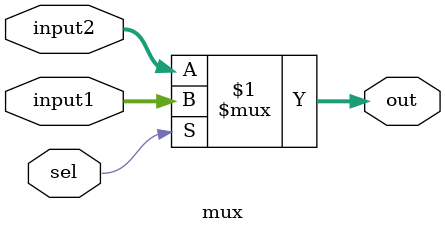
<source format=v>

module p7(out, zf, read_addr1, read_addr2, wa, dIn, wrCtrl, mxCtrl, opn, clk);
	input[4:0] read_addr1, read_addr2, wa;
	input[15:0] dIn;					// Input data
	input wrCtrl, mxCtrl;				// Write and MUX control
	input[2:0] opn;						// Opcode input
	input clk;							// Clock input
	output out;
	wire[15:0] out;
	output zf;

	reg[15:0] Reg[31:0];				//array of registers
	initial
		begin
			Reg[0] = 16'd1;
			Reg[1] = 16'd2;
			Reg[2] = 16'd3;
			Reg[3] = 16'd4;
			Reg[4] = 16'd5;
			Reg[5] = 16'd6;
			Reg[6] = 16'd7;
			Reg[7] = 16'd8;
			Reg[8] = 16'd9;
			Reg[9] = 16'd10;
			Reg[10] = 16'd11;
			Reg[11] = 16'd12;
			Reg[12] = 16'd13;
			Reg[13] = 16'd14;
			Reg[14] = 16'd15;
			Reg[15] = 16'd16;
			Reg[16] = 16'd17;
			Reg[17] = 16'd18;
			Reg[18] = 16'd19;
			Reg[19] = 16'd20;
			Reg[20] = 16'd21;
			Reg[21] = 16'd22;
			Reg[22] = 16'd23;
			Reg[23] = 16'd24;
			Reg[24] = 16'd25;
			Reg[25] = 16'd26;
			Reg[26] = 16'd27;
			Reg[27] = 16'd28;
			Reg[28] = 16'd29;
			Reg[29] = 16'd30;
			Reg[30] = 16'd31;
		end 

	wire[15:0] wire_out;
	wire wzf;
	alu asd(.Result(wire_out), .zf(wzf), .opcode(opn), .A(Reg[read_addr1]), .B(Reg[read_addr2]));		//Calling ALU

	assign out = wire_out;
	assign zf = ~|wire_out;
	wire [15:0] towrite;
	mux dwd(.out(towrite), .input1(dIn), .input2(out), .sel(mxCtrl));		// Calling MUX

	always@(posedge clk)
		begin
			if (wrCtrl)
				Reg[wa] <= towrite;
		end
endmodule

// ALU module
module alu(Result, zf, opcode, A, B);
	output[15:0] Result;			//which lines are inputs and outputs
	output zf;
	reg zf;
	input[15:0] A, B;
	input[2:0] opcode;
	reg[15:0] Result;

	always@(opcode)
		begin
       		case(opcode)
      			3'd0:  	Result <= A + B;
      			3'd1:  	Result <= A - B;
      			3'd2:  	Result <= A ^ B;
      			3'd3:  	Result <= A & B;
      			3'd4:	Result <= A | B;
      			3'd5:	Result <= A + 16'd1;
      			3'd6:	Result <= A << 1;
      			3'd7:	Result <= A >> 1;
      			default:	Result <= 16'd0;
    		endcase
    		zf = ~|Result;
		end
endmodule

// MUX module
module mux(out, input1, input2, sel);

	output[15:0] out;				//which lines are inputs and outputs
	input[15:0] input1;
	input[15:0 ]input2;
	input sel;

	assign out = sel ? input1 : input2;
endmodule
</source>
